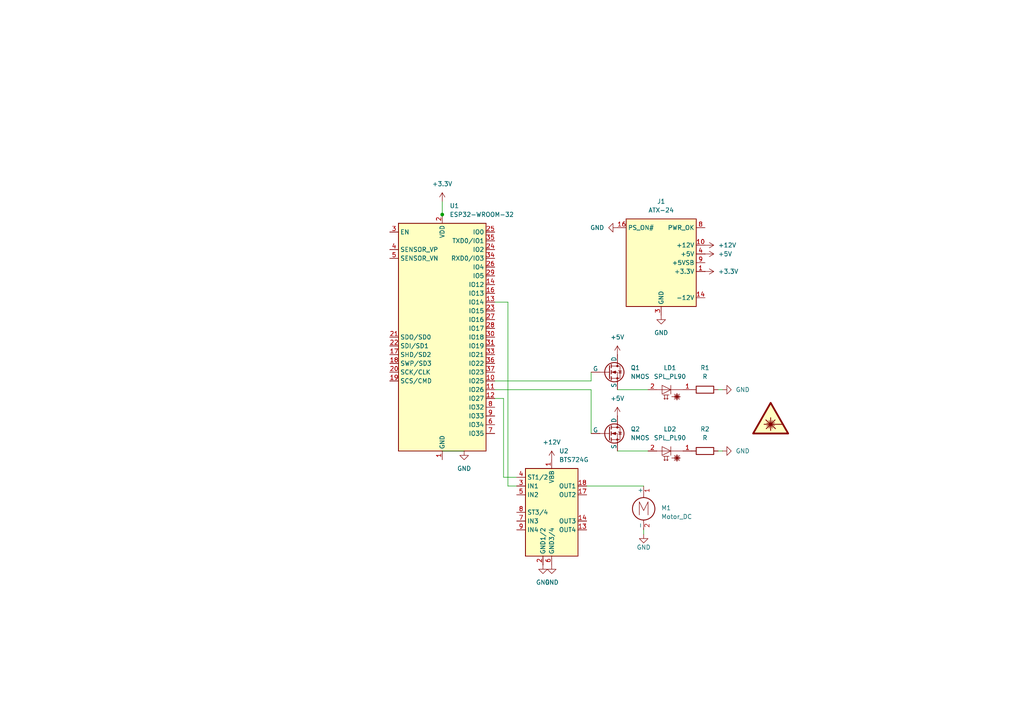
<source format=kicad_sch>
(kicad_sch (version 20250114) (generator "eeschema") (generator_version "9.0")
  (paper "A4")
  (lib_symbols
    (symbol "Connector:ATX-24"
      (property "Reference" "J" (at -8.89 13.97 0))
      (property "Value" "ATX-24" (at 6.35 13.97 0))
      (symbol "ATX-24_0_1"
        (rectangle (start -10.16 12.7) (end 10.16 -12.7) (stroke (width 0.254)) (fill (type background)))
      )
      (symbol "ATX-24_1_1"
        (pin open_collector line (at -12.7 10.16 0) (length 2.54) (name "PS_ON#") (number "16"))
        (pin no_connect line (at -10.16 0 0) (length 2.54) (hide yes) (name "NC") (number "20"))
        (pin passive line (at 0 -15.24 90) (length 2.54) (hide yes) (name "GND") (number "15"))
        (pin passive line (at 0 -15.24 90) (length 2.54) (hide yes) (name "GND") (number "17"))
        (pin passive line (at 0 -15.24 90) (length 2.54) (hide yes) (name "GND") (number "18"))
        (pin passive line (at 0 -15.24 90) (length 2.54) (hide yes) (name "GND") (number "19"))
        (pin passive line (at 0 -15.24 90) (length 2.54) (hide yes) (name "GND") (number "24"))
        (pin power_out line (at 0 -15.24 90) (length 2.54) (name "GND") (number "3"))
        (pin passive line (at 0 -15.24 90) (length 2.54) (hide yes) (name "GND") (number "5"))
        (pin passive line (at 0 -15.24 90) (length 2.54) (hide yes) (name "GND") (number "7"))
        (pin output line (at 12.7 10.16 180) (length 2.54) (name "PWR_OK") (number "8"))
        (pin power_out line (at 12.7 5.08 180) (length 2.54) (name "+12V") (number "10"))
        (pin passive line (at 12.7 5.08 180) (length 2.54) (hide yes) (name "+12V") (number "11"))
        (pin passive line (at 12.7 2.54 180) (length 2.54) (hide yes) (name "+5V") (number "21"))
        (pin passive line (at 12.7 2.54 180) (length 2.54) (hide yes) (name "+5V") (number "22"))
        (pin passive line (at 12.7 2.54 180) (length 2.54) (hide yes) (name "+5V") (number "23"))
        (pin power_out line (at 12.7 2.54 180) (length 2.54) (name "+5V") (number "4"))
        (pin passive line (at 12.7 2.54 180) (length 2.54) (hide yes) (name "+5V") (number "6"))
        (pin power_out line (at 12.7 0 180) (length 2.54) (name "+5VSB") (number "9"))
        (pin power_out line (at 12.7 -2.54 180) (length 2.54) (name "+3.3V") (number "1"))
        (pin passive line (at 12.7 -2.54 180) (length 2.54) (hide yes) (name "+3.3V") (number "12"))
        (pin passive line (at 12.7 -2.54 180) (length 2.54) (hide yes) (name "+3.3V") (number "13"))
        (pin passive line (at 12.7 -2.54 180) (length 2.54) (hide yes) (name "+3.3V") (number "2"))
        (pin power_out line (at 12.7 -10.16 180) (length 2.54) (name "-12V") (number "14"))
      )
    )
    (symbol "Device:R" (pin_numbers (hide yes)) (pin_names (offset 0))
      (property "Reference" "R" (at 2.032 0 90))
      (property "Value" "R" (at 0 0 90))
      (symbol "R_0_1"
        (rectangle (start -1.016 -2.54) (end 1.016 2.54) (stroke (width 0.254)))
      )
      (symbol "R_1_1"
        (pin passive line (at 0 3.81 270) (length 1.27) (name "~") (number "1"))
        (pin passive line (at 0 -3.81 90) (length 1.27) (name "~") (number "2"))
      )
    )
    (symbol "Diode_Laser:SPL_PL90" (pin_names (offset 1.016) (hide yes))
      (property "Reference" "LD" (at -1.27 4.445 0))
      (property "Value" "SPL_PL90" (at -1.27 -2.54 0))
      (symbol "SPL_PL90_0_1"
        (polyline (pts (xy -4.064 2.794) (xy -2.54 1.27)))
        (polyline (pts (xy -4.064 2.286) (xy -2.54 1.778)))
        (polyline (pts (xy -4.064 1.778) (xy -2.54 2.286)))
        (polyline (pts (xy -4.064 1.27) (xy -2.54 2.794)))
        (polyline (pts (xy -3.556 2.794) (xy -3.048 1.27)))
        (polyline (pts (xy -3.302 2.032) (xy -3.302 3.048)))
        (polyline (pts (xy -3.302 2.032) (xy -3.302 1.016)))
        (polyline (pts (xy -3.048 2.794) (xy -3.556 1.27)))
        (polyline (pts (xy -1.778 2.032) (xy -4.318 2.032)))
        (polyline (pts (xy -1.524 1.27) (xy -1.524 -1.27)) (stroke (width 0.1524)))
        (polyline (pts (xy -1.016 1.524) (xy 0.762 1.524)))
        (polyline (pts (xy -0.508 1.524) (xy -0.508 2.794) (xy -0.254 2.54) (xy -0.508 2.794) (xy -0.762 2.54)))
        (polyline (pts (xy 0.254 1.524) (xy 0.254 2.794) (xy 0.508 2.54) (xy 0.254 2.794) (xy 0 2.54)))
        (polyline (pts (xy 2.54 0) (xy -5.08 0)))
      )
      (symbol "SPL_PL90_1_1"
        (polyline (pts (xy 1.016 -1.27) (xy 1.016 1.27) (xy -1.524 0) (xy 1.016 -1.27)))
        (pin passive line (at -7.62 0 0) (length 2.54) (name "C") (number "1"))
        (pin passive line (at 5.08 0 180) (length 2.54) (name "A") (number "2"))
      )
    )
    (symbol "Graphic:SYM_LASER_Large" (in_bom no) (on_board no)
      (symbol "SYM_LASER_Large_0_1"
        (polyline (pts (xy -5.08 -5.08) (xy 5.08 -5.08) (xy 0 3.81) (xy -5.08 -5.08)) (stroke (width 0.508)) (fill (type background)))
        (polyline (pts (xy -1.905 -2.413) (xy 3.556 -2.413)) (stroke (width 0.254)))
        (polyline (pts (xy -1.27 -3.683) (xy 1.27 -1.143)) (stroke (width 0.254)))
        (polyline (pts (xy -1.143 -2.032) (xy 1.143 -2.794)))
        (polyline (pts (xy -1.143 -2.921) (xy 1.143 -1.905)))
        (polyline (pts (xy -0.508 -1.27) (xy 0.508 -3.556)))
        (polyline (pts (xy 0 -4.191) (xy 0 -0.508)) (stroke (width 0.254)))
        (polyline (pts (xy 0.508 -1.27) (xy -0.508 -3.556)))
        (polyline (pts (xy 1.397 -3.683) (xy -1.397 -1.143)) (stroke (width 0.254)))
      )
    )
    (symbol "Motor:Motor_DC" (pin_names (offset 0))
      (property "Reference" "M" (at 2.54 2.54 0))
      (property "Value" "Motor_DC" (at 2.54 -5.08 0))
      (symbol "Motor_DC_0_0"
        (polyline (pts (xy -1.27 -3.302) (xy -1.27 0.508) (xy 0 -2.032) (xy 1.27 0.508) (xy 1.27 -3.302)))
      )
      (symbol "Motor_DC_0_1"
        (polyline (pts (xy 0 2.032) (xy 0 2.54)))
        (polyline (pts (xy 0 1.7272) (xy 0 2.0828)))
        (circle (center 0 -1.524) (radius 3.2512) (stroke (width 0.254)))
        (polyline (pts (xy 0 -4.7752) (xy 0 -5.1816)))
        (polyline (pts (xy 0 -7.62) (xy 0 -7.112)))
      )
      (symbol "Motor_DC_1_1"
        (pin passive line (at 0 5.08 270) (length 2.54) (name "+") (number "1"))
        (pin passive line (at 0 -7.62 90) (length 2.54) (name "-") (number "2"))
      )
    )
    (symbol "Power_Management:BTS724G"
      (property "Reference" "U" (at -6.35 13.97 0))
      (property "Value" "BTS724G" (at 5.08 13.97 0))
      (symbol "BTS724G_0_1"
        (rectangle (start -7.62 12.7) (end 7.62 -12.7) (stroke (width 0.254)) (fill (type background)))
      )
      (symbol "BTS724G_1_1"
        (pin open_collector line (at -10.16 10.16 0) (length 2.54) (name "ST1/2") (number "4"))
        (pin input line (at -10.16 7.62 0) (length 2.54) (name "IN1") (number "3"))
        (pin input line (at -10.16 5.08 0) (length 2.54) (name "IN2") (number "5"))
        (pin open_collector line (at -10.16 0 0) (length 2.54) (name "ST3/4") (number "8"))
        (pin input line (at -10.16 -2.54 0) (length 2.54) (name "IN3") (number "7"))
        (pin input line (at -10.16 -5.08 0) (length 2.54) (name "IN4") (number "9"))
        (pin power_in line (at -2.54 -15.24 90) (length 2.54) (name "GND1/2") (number "2"))
        (pin power_in line (at 0 15.24 270) (length 2.54) (name "VBB") (number "1"))
        (pin passive line (at 0 15.24 270) (length 2.54) (hide yes) (name "VBB") (number "10"))
        (pin passive line (at 0 15.24 270) (length 2.54) (hide yes) (name "VBB") (number "11"))
        (pin passive line (at 0 15.24 270) (length 2.54) (hide yes) (name "VBB") (number "12"))
        (pin passive line (at 0 15.24 270) (length 2.54) (hide yes) (name "VBB") (number "15"))
        (pin passive line (at 0 15.24 270) (length 2.54) (hide yes) (name "VBB") (number "16"))
        (pin passive line (at 0 15.24 270) (length 2.54) (hide yes) (name "VBB") (number "19"))
        (pin passive line (at 0 15.24 270) (length 2.54) (hide yes) (name "VBB") (number "20"))
        (pin power_in line (at 0 -15.24 90) (length 2.54) (name "GND3/4") (number "6"))
        (pin open_emitter line (at 10.16 7.62 180) (length 2.54) (name "OUT1") (number "18"))
        (pin open_emitter line (at 10.16 5.08 180) (length 2.54) (name "OUT2") (number "17"))
        (pin open_emitter line (at 10.16 -2.54 180) (length 2.54) (name "OUT3") (number "14"))
        (pin open_emitter line (at 10.16 -5.08 180) (length 2.54) (name "OUT4") (number "13"))
      )
    )
    (symbol "RF_Module:ESP32-WROOM-32"
      (property "Reference" "U" (at -12.7 34.29 0))
      (property "Value" "ESP32-WROOM-32" (at 1.27 34.29 0))
      (symbol "ESP32-WROOM-32_0_1"
        (rectangle (start -12.7 33.02) (end 12.7 -33.02) (stroke (width 0.254)) (fill (type background)))
      )
      (symbol "ESP32-WROOM-32_1_1"
        (pin input line (at -15.24 30.48 0) (length 2.54) (name "EN") (number "3"))
        (pin input line (at -15.24 25.4 0) (length 2.54) (name "SENSOR_VP") (number "4"))
        (pin input line (at -15.24 22.86 0) (length 2.54) (name "SENSOR_VN") (number "5"))
        (pin bidirectional line (at -15.24 0 0) (length 2.54) (name "SDO/SD0") (number "21"))
        (pin bidirectional line (at -15.24 -2.54 0) (length 2.54) (name "SDI/SD1") (number "22"))
        (pin bidirectional line (at -15.24 -5.08 0) (length 2.54) (name "SHD/SD2") (number "17"))
        (pin bidirectional line (at -15.24 -7.62 0) (length 2.54) (name "SWP/SD3") (number "18"))
        (pin bidirectional line (at -15.24 -10.16 0) (length 2.54) (name "SCK/CLK") (number "20"))
        (pin bidirectional line (at -15.24 -12.7 0) (length 2.54) (name "SCS/CMD") (number "19"))
        (pin no_connect line (at -12.7 -27.94 0) (length 2.54) (hide yes) (name "NC") (number "32"))
        (pin power_in line (at 0 35.56 270) (length 2.54) (name "VDD") (number "2"))
        (pin power_in line (at 0 -35.56 90) (length 2.54) (name "GND") (number "1"))
        (pin passive line (at 0 -35.56 90) (length 2.54) (hide yes) (name "GND") (number "15"))
        (pin passive line (at 0 -35.56 90) (length 2.54) (hide yes) (name "GND") (number "38"))
        (pin passive line (at 0 -35.56 90) (length 2.54) (hide yes) (name "GND") (number "39"))
        (pin bidirectional line (at 15.24 30.48 180) (length 2.54) (name "IO0") (number "25"))
        (pin bidirectional line (at 15.24 27.94 180) (length 2.54) (name "TXD0/IO1") (number "35"))
        (pin bidirectional line (at 15.24 25.4 180) (length 2.54) (name "IO2") (number "24"))
        (pin bidirectional line (at 15.24 22.86 180) (length 2.54) (name "RXD0/IO3") (number "34"))
        (pin bidirectional line (at 15.24 20.32 180) (length 2.54) (name "IO4") (number "26"))
        (pin bidirectional line (at 15.24 17.78 180) (length 2.54) (name "IO5") (number "29"))
        (pin bidirectional line (at 15.24 15.24 180) (length 2.54) (name "IO12") (number "14"))
        (pin bidirectional line (at 15.24 12.7 180) (length 2.54) (name "IO13") (number "16"))
        (pin bidirectional line (at 15.24 10.16 180) (length 2.54) (name "IO14") (number "13"))
        (pin bidirectional line (at 15.24 7.62 180) (length 2.54) (name "IO15") (number "23"))
        (pin bidirectional line (at 15.24 5.08 180) (length 2.54) (name "IO16") (number "27"))
        (pin bidirectional line (at 15.24 2.54 180) (length 2.54) (name "IO17") (number "28"))
        (pin bidirectional line (at 15.24 0 180) (length 2.54) (name "IO18") (number "30"))
        (pin bidirectional line (at 15.24 -2.54 180) (length 2.54) (name "IO19") (number "31"))
        (pin bidirectional line (at 15.24 -5.08 180) (length 2.54) (name "IO21") (number "33"))
        (pin bidirectional line (at 15.24 -7.62 180) (length 2.54) (name "IO22") (number "36"))
        (pin bidirectional line (at 15.24 -10.16 180) (length 2.54) (name "IO23") (number "37"))
        (pin bidirectional line (at 15.24 -12.7 180) (length 2.54) (name "IO25") (number "10"))
        (pin bidirectional line (at 15.24 -15.24 180) (length 2.54) (name "IO26") (number "11"))
        (pin bidirectional line (at 15.24 -17.78 180) (length 2.54) (name "IO27") (number "12"))
        (pin bidirectional line (at 15.24 -20.32 180) (length 2.54) (name "IO32") (number "8"))
        (pin bidirectional line (at 15.24 -22.86 180) (length 2.54) (name "IO33") (number "9"))
        (pin input line (at 15.24 -25.4 180) (length 2.54) (name "IO34") (number "6"))
        (pin input line (at 15.24 -27.94 180) (length 2.54) (name "IO35") (number "7"))
      )
    )
    (symbol "Simulation_SPICE:NMOS" (pin_numbers (hide yes)) (pin_names (offset 0))
      (property "Reference" "Q" (at 5.08 1.27 0))
      (property "Value" "NMOS" (at 5.08 -1.27 0))
      (symbol "NMOS_0_1"
        (polyline (pts (xy 0.254 1.905) (xy 0.254 -1.905)) (stroke (width 0.254)))
        (polyline (pts (xy 0.254 0) (xy -2.54 0)))
        (polyline (pts (xy 0.762 2.286) (xy 0.762 1.27)) (stroke (width 0.254)))
        (polyline (pts (xy 0.762 0.508) (xy 0.762 -0.508)) (stroke (width 0.254)))
        (polyline (pts (xy 0.762 -1.27) (xy 0.762 -2.286)) (stroke (width 0.254)))
        (polyline (pts (xy 0.762 -1.778) (xy 3.302 -1.778) (xy 3.302 1.778) (xy 0.762 1.778)))
        (polyline (pts (xy 1.016 0) (xy 2.032 0.381) (xy 2.032 -0.381) (xy 1.016 0)) (fill (type outline)))
        (circle (center 1.651 0) (radius 2.794) (stroke (width 0.254)))
        (polyline (pts (xy 2.54 2.54) (xy 2.54 1.778)))
        (circle (center 2.54 1.778) (radius 0.254) (fill (type outline)))
        (circle (center 2.54 -1.778) (radius 0.254) (fill (type outline)))
        (polyline (pts (xy 2.54 -2.54) (xy 2.54 0) (xy 0.762 0)))
        (polyline (pts (xy 2.794 0.508) (xy 2.921 0.381) (xy 3.683 0.381) (xy 3.81 0.254)))
        (polyline (pts (xy 3.302 0.381) (xy 2.921 -0.254) (xy 3.683 -0.254) (xy 3.302 0.381)))
      )
      (symbol "NMOS_1_1"
        (pin input line (at -5.08 0 0) (length 2.54) (name "G") (number "2"))
        (pin passive line (at 2.54 5.08 270) (length 2.54) (name "D") (number "1"))
        (pin passive line (at 2.54 -5.08 90) (length 2.54) (name "S") (number "3"))
      )
    )
    (symbol "power:+12V" (power) (pin_numbers (hide yes)) (pin_names (offset 0) (hide yes))
      (property "Value" "+12V" (at 0 3.556 0))
      (symbol "+12V_0_1"
        (polyline (pts (xy -0.762 1.27) (xy 0 2.54)))
        (polyline (pts (xy 0 2.54) (xy 0.762 1.27)))
        (polyline (pts (xy 0 0) (xy 0 2.54)))
      )
      (symbol "+12V_1_1"
        (pin power_in line (at 0 0 90) (length 0) (name "~") (number "1"))
      )
    )
    (symbol "power:+3.3V" (power) (pin_numbers (hide yes)) (pin_names (offset 0) (hide yes))
      (property "Value" "+3.3V" (at 0 3.556 0))
      (symbol "+3.3V_0_1"
        (polyline (pts (xy -0.762 1.27) (xy 0 2.54)))
        (polyline (pts (xy 0 2.54) (xy 0.762 1.27)))
        (polyline (pts (xy 0 0) (xy 0 2.54)))
      )
      (symbol "+3.3V_1_1"
        (pin power_in line (at 0 0 90) (length 0) (name "~") (number "1"))
      )
    )
    (symbol "power:+5V" (power) (pin_numbers (hide yes)) (pin_names (offset 0) (hide yes))
      (property "Value" "+5V" (at 0 3.556 0))
      (symbol "+5V_0_1"
        (polyline (pts (xy -0.762 1.27) (xy 0 2.54)))
        (polyline (pts (xy 0 2.54) (xy 0.762 1.27)))
        (polyline (pts (xy 0 0) (xy 0 2.54)))
      )
      (symbol "+5V_1_1"
        (pin power_in line (at 0 0 90) (length 0) (name "~") (number "1"))
      )
    )
    (symbol "power:GND" (power) (pin_numbers (hide yes)) (pin_names (offset 0) (hide yes))
      (property "Value" "GND" (at 0 -3.81 0))
      (symbol "GND_0_1"
        (polyline (pts (xy 0 0) (xy 0 -1.27) (xy 1.27 -1.27) (xy 0 -2.54) (xy -1.27 -1.27) (xy 0 -1.27)))
      )
      (symbol "GND_1_1"
        (pin power_in line (at 0 0 270) (length 0) (name "~") (number "1"))
      )
    )
  )
  (junction (at 128.27 62.23))
  (wire (pts (xy 179.07 130.81) (xy 187.96 130.81)))
  (wire (pts (xy 128.27 130.81) (xy 134.62 130.81)))
  (wire (pts (xy 147.32 140.97) (xy 149.86 140.97)))
  (wire (pts (xy 128.27 133.35) (xy 128.27 130.81)))
  (wire (pts (xy 171.45 113.03) (xy 171.45 125.73)))
  (wire (pts (xy 128.27 58.42) (xy 128.27 62.23)))
  (wire (pts (xy 186.69 153.67) (xy 186.69 154.94)))
  (wire (pts (xy 143.51 87.63) (xy 147.32 87.63)))
  (wire (pts (xy 170.18 140.97) (xy 186.69 140.97)))
  (wire (pts (xy 146.05 115.57) (xy 146.05 138.43)))
  (wire (pts (xy 143.51 115.57) (xy 146.05 115.57)))
  (wire (pts (xy 128.27 63.5) (xy 128.27 62.23)))
  (wire (pts (xy 208.28 130.81) (xy 209.55 130.81)))
  (wire (pts (xy 171.45 110.49) (xy 171.45 107.95)))
  (wire (pts (xy 143.51 113.03) (xy 171.45 113.03)))
  (wire (pts (xy 147.32 87.63) (xy 147.32 140.97)))
  (wire (pts (xy 208.28 113.03) (xy 209.55 113.03)))
  (wire (pts (xy 146.05 138.43) (xy 149.86 138.43)))
  (wire (pts (xy 143.51 110.49) (xy 171.45 110.49)))
  (wire (pts (xy 179.07 113.03) (xy 187.96 113.03)))
  (symbol (lib_id "power:+3.3V") (at 204.47 78.74 270) (unit 1)
    (property "Reference" "#PWR07" (effects (hide yes)))
    (property "Value" "+3.3V" (at 208.28 78.7399 90) (effects (justify left)))
    (property "Description" "Power symbol creates a global label with name \"+3.3V\"" (effects (hide yes)))
  )
  (symbol (lib_id "power:GND") (at 134.62 130.81 0) (unit 1)
    (property "Reference" "#PWR05" (effects (hide yes)))
    (property "Value" "GND" (at 134.62 135.89 0))
    (property "Description" "Power symbol creates a global label with name \"GND\" , ground" (effects (hide yes)))
  )
  (symbol (lib_id "power:+5V") (at 179.07 102.87 0) (unit 1)
    (property "Reference" "#PWR09" (effects (hide yes)))
    (property "Value" "+5V" (at 179.07 97.79 0))
    (property "Description" "Power symbol creates a global label with name \"+5V\"" (effects (hide yes)))
  )
  (symbol (lib_id "power:GND") (at 209.55 113.03 90) (unit 1)
    (property "Reference" "#PWR01" (effects (hide yes)))
    (property "Value" "GND" (at 213.36 113.0299 90) (effects (justify right)))
    (property "Description" "Power symbol creates a global label with name \"GND\" , ground" (effects (hide yes)))
  )
  (symbol (lib_id "Device:R") (at 204.47 130.81 90) (unit 1)
    (property "Reference" "R2" (at 204.47 124.46 90))
    (property "Value" "R" (at 204.47 127 90))
    (property "Description" "Resistor" (effects (hide yes)))
  )
  (symbol (lib_id "power:+3.3V") (at 128.27 58.42 0) (unit 1)
    (property "Reference" "#PWR08" (effects (hide yes)))
    (property "Value" "+3.3V" (at 128.27 53.34 0))
    (property "Description" "Power symbol creates a global label with name \"+3.3V\"" (effects (hide yes)))
  )
  (symbol (lib_id "Diode_Laser:SPL_PL90") (at 193.04 130.81 180) (unit 1)
    (property "Reference" "LD2" (at 194.31 124.46 0))
    (property "Value" "SPL_PL90" (at 194.31 127 0))
    (property "Footprint" "LED_THT:LED_D5.0mm" (effects (hide yes)))
    (property "Datasheet" "https://look.ams-osram.com/m/2e6f6e5edf55ddfe/original/SPL-PL90.pdf" (effects (hide yes)))
    (property "Description" "Pulsed Laser Diode in Plastic Package 25W Peak Power" (effects (hide yes)))
  )
  (symbol (lib_id "power:GND") (at 160.02 163.83 0) (unit 1)
    (property "Reference" "#PWR014" (effects (hide yes)))
    (property "Value" "GND" (at 160.02 168.91 0))
    (property "Description" "Power symbol creates a global label with name \"GND\" , ground" (effects (hide yes)))
  )
  (symbol (lib_id "Graphic:SYM_LASER_Large") (at 223.52 120.65 0) (unit 1) (in_bom no) (on_board no)
    (property "Reference" "#SYM1" (effects (hide yes)))
    (property "Value" "SYM_LASER_Large" (effects (hide yes)))
    (property "Description" "Laser radiation warning symbol, large" (effects (hide yes)))
    (property "Sim.Enable" "0" (effects (hide yes)))
  )
  (symbol (lib_id "power:GND") (at 179.07 66.04 270) (unit 1)
    (property "Reference" "#PWR04" (effects (hide yes)))
    (property "Value" "GND" (at 175.26 66.0399 90) (effects (justify right)))
    (property "Description" "Power symbol creates a global label with name \"GND\" , ground" (effects (hide yes)))
  )
  (symbol (lib_id "power:GND") (at 186.69 154.94 0) (unit 1)
    (property "Reference" "#PWR015" (effects (hide yes)))
    (property "Value" "GND" (at 186.69 158.75 0))
    (property "Description" "Power symbol creates a global label with name \"GND\" , ground" (effects (hide yes)))
  )
  (symbol (lib_id "power:GND") (at 191.77 91.44 0) (unit 1)
    (property "Reference" "#PWR03" (effects (hide yes)))
    (property "Value" "GND" (at 191.77 96.52 0))
    (property "Description" "Power symbol creates a global label with name \"GND\" , ground" (effects (hide yes)))
  )
  (symbol (lib_id "power:+5V") (at 204.47 73.66 270) (unit 1)
    (property "Reference" "#PWR06" (effects (hide yes)))
    (property "Value" "+5V" (at 208.28 73.6599 90) (effects (justify left)))
    (property "Description" "Power symbol creates a global label with name \"+5V\"" (effects (hide yes)))
  )
  (symbol (lib_id "Simulation_SPICE:NMOS") (at 176.53 107.95 0) (unit 1)
    (property "Reference" "Q1" (at 182.88 106.6799 0) (effects (justify left)))
    (property "Value" "NMOS" (at 182.88 109.2199 0) (effects (justify left)))
    (property "Datasheet" "https://ngspice.sourceforge.io/docs/ngspice-html-manual/manual.xhtml#cha_MOSFETs" (effects (hide yes)))
    (property "Description" "N-MOSFET transistor, drain/source/gate" (effects (hide yes)))
    (property "Sim.Device" "NMOS" (effects (hide yes)))
    (property "Sim.Type" "VDMOS" (effects (hide yes)))
    (property "Sim.Pins" "1=D 2=G 3=S" (effects (hide yes)))
  )
  (symbol (lib_id "power:+12V") (at 204.47 71.12 270) (unit 1)
    (property "Reference" "#PWR011" (effects (hide yes)))
    (property "Value" "+12V" (at 208.28 71.1199 90) (effects (justify left)))
    (property "Description" "Power symbol creates a global label with name \"+12V\"" (effects (hide yes)))
  )
  (symbol (lib_id "power:+12V") (at 160.02 133.35 0) (unit 1)
    (property "Reference" "#PWR012" (effects (hide yes)))
    (property "Value" "+12V" (at 160.02 128.27 0))
    (property "Description" "Power symbol creates a global label with name \"+12V\"" (effects (hide yes)))
  )
  (symbol (lib_id "Connector:ATX-24") (at 191.77 76.2 0) (unit 1)
    (property "Reference" "J1" (at 191.77 58.42 0))
    (property "Value" "ATX-24" (at 191.77 60.96 0))
    (property "Datasheet" "https://www.intel.com/content/dam/www/public/us/en/documents/guides/power-supply-design-guide-june.pdf#page=33" (effects (hide yes)))
    (property "Description" "ATX Power supply 24pins" (effects (hide yes)))
  )
  (symbol (lib_id "power:GND") (at 209.55 130.81 90) (unit 1)
    (property "Reference" "#PWR02" (effects (hide yes)))
    (property "Value" "GND" (at 213.36 130.8099 90) (effects (justify right)))
    (property "Description" "Power symbol creates a global label with name \"GND\" , ground" (effects (hide yes)))
  )
  (symbol (lib_id "power:+5V") (at 179.07 120.65 0) (unit 1)
    (property "Reference" "#PWR010" (effects (hide yes)))
    (property "Value" "+5V" (at 179.07 115.57 0))
    (property "Description" "Power symbol creates a global label with name \"+5V\"" (effects (hide yes)))
  )
  (symbol (lib_id "Diode_Laser:SPL_PL90") (at 193.04 113.03 180) (unit 1)
    (property "Reference" "LD1" (at 194.31 106.68 0))
    (property "Value" "SPL_PL90" (at 194.31 109.22 0))
    (property "Footprint" "LED_THT:LED_D5.0mm" (effects (hide yes)))
    (property "Datasheet" "https://look.ams-osram.com/m/2e6f6e5edf55ddfe/original/SPL-PL90.pdf" (effects (hide yes)))
    (property "Description" "Pulsed Laser Diode in Plastic Package 25W Peak Power" (effects (hide yes)))
  )
  (symbol (lib_id "Motor:Motor_DC") (at 186.69 146.05 0) (unit 1)
    (property "Reference" "M1" (at 191.77 147.3199 0) (effects (justify left)))
    (property "Value" "Motor_DC" (at 191.77 149.8599 0) (effects (justify left)))
    (property "Description" "DC Motor" (effects (hide yes)))
  )
  (symbol (lib_id "Power_Management:BTS724G") (at 160.02 148.59 0) (unit 1)
    (property "Reference" "U2" (at 162.1633 130.81 0) (effects (justify left)))
    (property "Value" "BTS724G" (at 162.1633 133.35 0) (effects (justify left)))
    (property "Footprint" "Package_SO:Infineon_SOIC-20W_7.6x12.8mm_P1.27mm" (effects (hide yes)))
    (property "Datasheet" "https://www.infineon.com/dgdl/Infineon-BTS724G-DS-v01_00-EN.pdf?fileId=5546d4625a888733015aa3a2f1030ff1" (effects (hide yes)))
    (property "Description" "Smart High-Side Power Switch, PROFET, 4 Channel, RON 90mOhm, IL(NOM) 3.3A, Vbb 5.5...40V, standby current 9 µA (Tj = -40...25°C), SOIC-20" (effects (hide yes)))
  )
  (symbol (lib_id "power:GND") (at 157.48 163.83 0) (unit 1)
    (property "Reference" "#PWR013" (effects (hide yes)))
    (property "Value" "GND" (at 157.48 168.91 0))
    (property "Description" "Power symbol creates a global label with name \"GND\" , ground" (effects (hide yes)))
  )
  (symbol (lib_id "Simulation_SPICE:NMOS") (at 176.53 125.73 0) (unit 1)
    (property "Reference" "Q2" (at 182.88 124.4599 0) (effects (justify left)))
    (property "Value" "NMOS" (at 182.88 126.9999 0) (effects (justify left)))
    (property "Datasheet" "https://ngspice.sourceforge.io/docs/ngspice-html-manual/manual.xhtml#cha_MOSFETs" (effects (hide yes)))
    (property "Description" "N-MOSFET transistor, drain/source/gate" (effects (hide yes)))
    (property "Sim.Device" "NMOS" (effects (hide yes)))
    (property "Sim.Type" "VDMOS" (effects (hide yes)))
    (property "Sim.Pins" "1=D 2=G 3=S" (effects (hide yes)))
  )
  (symbol (lib_id "RF_Module:ESP32-WROOM-32") (at 128.27 97.79 0) (unit 1)
    (property "Reference" "U1" (at 130.4133 59.69 0) (effects (justify left)))
    (property "Value" "ESP32-WROOM-32" (at 130.4133 62.23 0) (effects (justify left)))
    (property "Footprint" "RF_Module:ESP32-WROOM-32" (effects (hide yes)))
    (property "Datasheet" "https://www.espressif.com/sites/default/files/documentation/esp32-wroom-32_datasheet_en.pdf" (effects (hide yes)))
    (property "Description" "RF Module, ESP32-D0WDQ6 SoC, Wi-Fi 802.11b/g/n, Bluetooth, BLE, 32-bit, 2.7-3.6V, onboard antenna, SMD" (effects (hide yes)))
  )
  (symbol (lib_id "Device:R") (at 204.47 113.03 90) (unit 1)
    (property "Reference" "R1" (at 204.47 106.68 90))
    (property "Value" "R" (at 204.47 109.22 90))
    (property "Description" "Resistor" (effects (hide yes)))
  )
)
</source>
